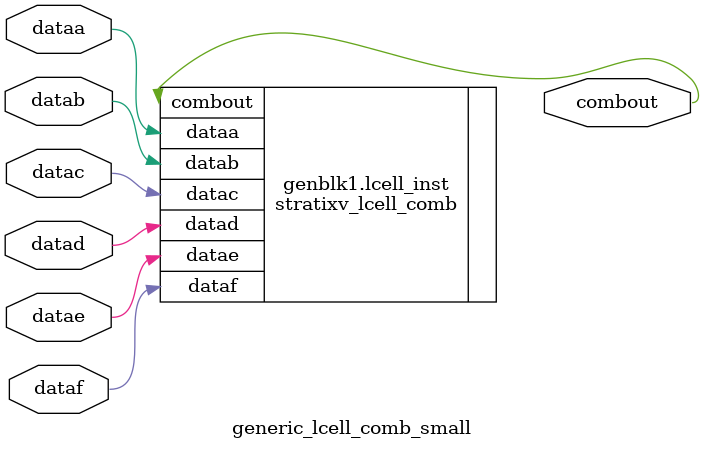
<source format=v>


module pll_cfg_small
#(
    parameter 	reconf_width       	= 64,
    parameter 	device_family       	= "Cyclone V"
) ( 

    //input
    input   wire    mgmt_clk,
    input   wire    mgmt_reset,

    //conduits
    output  wire [reconf_width-1:0] reconfig_to_pll,
    input  wire [reconf_width-1:0] reconfig_from_pll,

    // user data (avalon-MM slave interface)
    output  wire        mgmt_waitrequest,
    input   wire [5:0]  mgmt_address,
    input   wire        mgmt_write,
    input   wire [31:0] mgmt_writedata
);
    localparam mode_WR            = 1'b0;
    localparam mode_POLL          = 1'b1;
    localparam MODE_REG           = 6'b000000;
    //localparam STATUS_REG         = 6'b000001;
    localparam START_REG          = 6'b000010;
    //localparam N_REG              = 6'b000011;
    //localparam M_REG              = 6'b000100;
    //localparam C_COUNTERS_REG     = 6'b000101;
    //localparam DPS_REG            = 6'b000110;
    localparam DSM_REG            = 6'b000111;
    //localparam BWCTRL_REG         = 6'b001000;
    //localparam CP_CURRENT_REG     = 6'b001001;
    //localparam ANY_DPRIO          = 6'b100000;
    //localparam CNT_BASE           = 5'b001010;
    //localparam VCO_REG              = 6'b011100;
    
    //C Counters
    localparam number_of_counters = 5'd18;
    localparam  CNT_0 = 1'd0, CNT_1 = 5'd1, CNT_2 = 5'd2,
                CNT_3 = 5'd3, CNT_4 = 5'd4, CNT_5 = 5'd5,
                CNT_6 = 5'd6, CNT_7 = 5'd7, CNT_8 = 5'd8,
                CNT_9 = 5'd9, CNT_10 = 5'd10, CNT_11 = 5'd11,
                CNT_12 = 5'd12, CNT_13 = 5'd13, CNT_14 = 5'd14,
                CNT_15 = 5'd15, CNT_16 = 5'd16, CNT_17 = 5'd17;
    //C counter addresses
    localparam C_CNT_0_DIV_ADDR = 5'h00;
    localparam C_CNT_0_DIV_ADDR_DPRIO_1 = 5'h11;
    localparam C_CNT_0_3_BYPASS_EN_ADDR = 5'h15;
    localparam C_CNT_0_3_ODD_DIV_EN_ADDR = 5'h17;
    localparam C_CNT_4_17_BYPASS_EN_ADDR = 5'h14;
    localparam C_CNT_4_17_ODD_DIV_EN_ADDR = 5'h16;
    //N counter addresses
    localparam N_CNT_DIV_ADDR = 5'h13;
    localparam N_CNT_BYPASS_EN_ADDR = 5'h15;
    localparam N_CNT_ODD_DIV_EN_ADDR = 5'h17;
    //M counter addresses
    localparam M_CNT_DIV_ADDR = 5'h12;
    localparam M_CNT_BYPASS_EN_ADDR = 5'h15;
    localparam M_CNT_ODD_DIV_EN_ADDR = 5'h17;
    
    //DSM address
    localparam DSM_K_FRACTIONAL_DIVISION_ADDR_0 = 5'h18;
    localparam DSM_K_FRACTIONAL_DIVISION_ADDR_1 = 5'h19;
    localparam DSM_K_READY_ADDR = 5'h17;
    localparam DSM_K_DITHER_ADDR = 5'h17;
    localparam DSM_OUT_SEL_ADDR = 6'h30;
    
    //Other DSM params
    localparam DSM_K_READY_BIT_INDEX = 4'd11;
    //BWCTRL address
    //Bit 0-3 of addr
    localparam BWCTRL_ADDR = 6'h30;
    //CP_CURRENT address
    //Bit 0-2 of addr
    localparam CP_CURRENT_ADDR = 6'h31;
    
    // VCODIV address
    localparam VCO_ADDR = 5'h17;

    localparam DPRIO_IDLE = 3'd0, ONE = 3'd1, TWO = 3'd2, THREE = 3'd3, FOUR = 3'd4,
               FIVE = 3'd5, SIX = 3'd6, SEVEN = 3'd7, EIGHT = 4'd8, NINE = 4'd9, TEN = 4'd10,
               ELEVEN = 4'd11, TWELVE = 4'd12, THIRTEEN = 4'd13, FOURTEEN = 4'd14, DPRIO_DONE = 4'd15;
    localparam IDLE = 2'b00, WAIT_ON_LOCK = 2'b01, LOCKED = 2'b10;
    
    wire            clk;
    wire            reset;
    wire            gnd;

    wire [5: 0]     slave_address;
    wire            slave_write;
    wire [31: 0]    slave_writedata;

    wire            slave_waitrequest;
    reg             slave_mode;

    assign          clk             = mgmt_clk;
    
    assign          slave_address       = mgmt_address;
    assign          slave_write         = mgmt_write;
    assign          slave_writedata     = mgmt_writedata;
    
    // Outputs
    assign          mgmt_waitrequest    = slave_waitrequest; //Read waitrequest asserted in polling mode

    //internal signals
    wire            locked_orig;
    wire            locked;
   
    wire            pll_start;
    wire            pll_start_valid;
    wire            read_slave_mode_asserted;

    wire            pll_start_asserted;

    reg  [1:0]      current_state;
    reg  [1:0]      next_state;

    reg             status;//0=busy, 1=ready
    //user_mode_init user_mode_init_inst (clk, reset, dprio_mdio_dis, ser_shift_load);
    //declaring the init wires. These will have 0 on them for 64 clk cycles
    wire       [ 5:0]  init_dprio_address;
    wire               init_dprio_read;
    wire       [ 1:0]  init_dprio_byteen;
    wire               init_dprio_write;
    wire       [15:0]  init_dprio_writedata;

    wire               init_atpgmode;
    wire               init_mdio_dis;
    wire               init_scanen;
    wire               init_ser_shift_load;
    wire               dprio_init_done;

    //DPRIO output signals after initialization is done
    wire            dprio_clk;
    reg             avmm_dprio_write;
    reg             avmm_dprio_read;
    reg  [5:0]      avmm_dprio_address;
    reg  [15:0]     avmm_dprio_writedata;
    reg  [1:0]      avmm_dprio_byteen;
    wire            avmm_atpgmode;
    wire            avmm_mdio_dis;
    wire            avmm_scanen;

    //Final output wires that are muxed between the init and avmm wires.
    wire            dprio_init_reset;
    wire [5:0]      dprio_address /*synthesis keep*/;
    wire            dprio_read/*synthesis keep*/;
    wire [1:0]      dprio_byteen/*synthesis keep*/;
    wire            dprio_write/*synthesis keep*/;
    wire [15:0]     dprio_writedata/*synthesis keep*/;
    wire            dprio_mdio_dis/*synthesis keep*/;
    wire            dprio_ser_shift_load/*synthesis keep*/;
    wire            dprio_atpgmode/*synthesis keep*/;
    wire            dprio_scanen/*synthesis keep*/;


    //other PLL signals for dyn ph shift
    wire            phase_done/*synthesis keep*/;
    wire            phase_en/*synthesis keep*/;
    wire            up_dn/*synthesis keep*/;
    wire  [4:0]     cnt_sel;
    
    //DPRIO input signals
    wire  [15:0]     dprio_readdata;

    //internal logic signals
    //storage registers for user sent data
    reg             dprio_temp_read_1;
    reg             dprio_temp_read_2;
    reg             dprio_start;
    wire            usr_valid_changes;
    reg  [3:0]      dprio_cur_state;
    reg  [3:0]      dprio_next_state;
    reg  [15:0]     dprio_temp_m_n_c_readdata_1_d;
    reg  [15:0]     dprio_temp_m_n_c_readdata_2_d;
    reg  [15:0]     dprio_temp_m_n_c_readdata_1_q;
    reg  [15:0]     dprio_temp_m_n_c_readdata_2_q;
	reg 			dprio_write_done;
    //C counters signals
    reg             any_c_cnt_changed;
    reg  [17:0]     c_cnt_done_d;
    reg  [17:0]     c_cnt_done_q;
    //N counter signals
    reg  [7:0]      usr_n_cnt_lo; 
    reg  [7:0]      usr_n_cnt_hi;
    reg             usr_n_cnt_bypass_en;
    reg             usr_n_cnt_odd_duty_div_en;
    reg             n_cnt_changed;
    reg             n_cnt_done_d;
    reg             n_cnt_done_q;
    //M counter signals
    reg  [7:0]      usr_m_cnt_lo; 
    reg  [7:0]      usr_m_cnt_hi;
    reg             usr_m_cnt_bypass_en;
    reg             usr_m_cnt_odd_duty_div_en;
    reg             m_cnt_changed;
    reg             m_cnt_done_d;
    reg             m_cnt_done_q;
    //dyn phase regs
    reg  [15:0]     usr_num_shifts;
    reg  [4:0]      usr_cnt_sel /*synthesis preserve*/;
    reg             usr_up_dn;
    reg             dps_changed;
    wire            dps_changed_valid;
    wire            dps_done;

    //DSM Signals
    reg  [31:0]     usr_k_value;
    reg             dsm_k_changed;
    reg             dsm_k_done_d;
    reg             dsm_k_done_q;
    reg             dsm_k_ready_false_done_d;
    //BW signals 
    reg [3:0]       usr_bwctrl_value;
    reg             bwctrl_changed;
    reg             bwctrl_done_d;
    reg             bwctrl_done_q;
    //CP signals 
    reg [2:0]       usr_cp_current_value;
    reg             cp_current_changed;
    reg             cp_current_done_d;
    reg             cp_current_done_q;
    //VCO signals 
    reg             usr_vco_value;
    reg             vco_changed;
    reg             vco_done_d;
    reg             vco_done_q;
    //Manual DPRIO signals
    reg             manual_dprio_done_q;
    reg             manual_dprio_done_d;
    reg             manual_dprio_changed;
    reg  [5:0]      usr_dprio_address;
    reg  [15:0]     usr_dprio_writedata_0;
    reg             usr_r_w;
    // Address wires for all C_counter DPRIO registers
    // These are outputs of LUTS, changing depending
    // on whether PLL_0 or PLL_1 being used


    //Fitter will tell if FPLL1 is being used 
    wire            fpll_1;

    // MAIN FSM                             

    // Synchronize locked signal
   altera_std_synchronizer #(
        .depth(3)
    ) altera_std_synchronizer_inst (
        .clk(mgmt_clk),
        .reset_n(~mgmt_reset), 
        .din(locked_orig),
        .dout(locked)
    );
   
    always @(posedge clk)
    begin
        if (reset)
        begin
            dprio_cur_state <= DPRIO_IDLE;
            current_state <= IDLE;
        end
        else
        begin
            current_state <= next_state;
            dprio_cur_state <= dprio_next_state;
        end
    end

    always @(*)
     begin
        case(current_state)
          IDLE:
            begin
               if (pll_start & !slave_waitrequest & usr_valid_changes)
                 next_state = WAIT_ON_LOCK;
               else
                 next_state = IDLE;
            end
          WAIT_ON_LOCK:
            begin
               if (locked & dps_done & dprio_write_done)  // received locked high from PLL
                 begin
                    if (slave_mode==mode_WR) //if the mode is waitrequest, then
                                             // goto IDLE state directly
                      next_state = IDLE;
                    else
                      next_state = LOCKED; //otherwise go the locked state
                 end
               else
                  next_state = WAIT_ON_LOCK;
            end
              
          LOCKED:
            begin
                 next_state = LOCKED;
            end

          default: next_state = 2'bxx;
          
        endcase
     end


    // ask the pll to start reconfig
    assign pll_start = (pll_start_asserted & (current_state==IDLE))  ;
    assign pll_start_valid = (pll_start & (next_state==WAIT_ON_LOCK))  ;



    // WRITE OPERATIONS
    assign pll_start_asserted = slave_write & (slave_address == START_REG);

    //reading the mode register to determine what mode the slave will operate
    //in.
    always @(posedge clk)
    begin
        if (reset)
          slave_mode <= mode_WR;
        else if (slave_write & (slave_address == MODE_REG) & !slave_waitrequest)
          slave_mode <= slave_writedata[0];
    end

    //record which values user wants to change.

    //reading in the actual values that need to be reconfigged and sending
    //them to the PLL
    always @(posedge clk)
    begin
        if (reset)
        begin
            //reset all regs here
            //BW signals reset
            usr_bwctrl_value <= 0;
            bwctrl_changed <= 0;
            bwctrl_done_q <= 0;
            //CP signals reset
            usr_cp_current_value <= 0;
            cp_current_changed <= 0;
            cp_current_done_q <= 0;
            //VCO signals reset
            usr_vco_value <= 0;
            vco_changed <= 0;
            vco_done_q <= 0;
            //DSM signals reset
            usr_k_value <= 0;
            dsm_k_changed <= 0;
            dsm_k_done_q <= 0;
            //N counter signals reset
            usr_n_cnt_lo <= 0;
            usr_n_cnt_hi <= 0;
            usr_n_cnt_bypass_en <= 0;
            usr_n_cnt_odd_duty_div_en <= 0;
            n_cnt_changed <= 0;
            n_cnt_done_q <= 0;
            //M counter signals reset
            usr_m_cnt_lo <= 0;
            usr_m_cnt_hi <= 0;
            usr_m_cnt_bypass_en <= 0;
            usr_m_cnt_odd_duty_div_en <= 0;
            m_cnt_changed <= 0;
            m_cnt_done_q <= 0;
            //C counter signals reset
            any_c_cnt_changed <= 0;
            c_cnt_done_q <= 0;
            //generic signals
            dprio_start <= 0;
            dprio_temp_m_n_c_readdata_1_q <= 0;
            dprio_temp_m_n_c_readdata_2_q <= 0;
            c_cnt_done_q <= 0;
            //DPS signals
            usr_up_dn <= 0;
            usr_cnt_sel <= 0;
            usr_num_shifts <= 0;
            dps_changed <= 0;
            //manual DPRIO signals
            manual_dprio_changed <= 0;
            usr_dprio_address <= 0;
            usr_dprio_writedata_0 <= 0;
            usr_r_w <= 0;
        end
        else
        begin
            if (dprio_temp_read_1)
            begin
                dprio_temp_m_n_c_readdata_1_q <= dprio_temp_m_n_c_readdata_1_d; 
            end
            if (dprio_temp_read_2)
            begin
                dprio_temp_m_n_c_readdata_2_q <= dprio_temp_m_n_c_readdata_2_d; 
            end
            if ((dps_done)) dps_changed <= 0;
            if (dsm_k_done_d) dsm_k_done_q <= dsm_k_done_d;
            if (n_cnt_done_d) n_cnt_done_q <= n_cnt_done_d;
            if (m_cnt_done_d) m_cnt_done_q <= m_cnt_done_d;
            if (c_cnt_done_d != 0) c_cnt_done_q <= c_cnt_done_q | c_cnt_done_d;
            if (bwctrl_done_d) bwctrl_done_q <= bwctrl_done_d;
            if (cp_current_done_d) cp_current_done_q <= cp_current_done_d;
            if (vco_done_d) vco_done_q <= vco_done_d;
            if (manual_dprio_done_d) manual_dprio_done_q <= manual_dprio_done_d;

            if (dprio_next_state == ONE)
                dprio_start <= 0;
            if (dprio_write_done)
            begin
                bwctrl_done_q <= 0;
                cp_current_done_q <= 0;
                vco_done_q <= 0;
                dsm_k_done_q <= 0;
                dsm_k_done_q <= 0;
                n_cnt_done_q <= 0;
                m_cnt_done_q <= 0;
                c_cnt_done_q <= 0;
                dsm_k_changed <= 0;
                n_cnt_changed <= 0;
                m_cnt_changed <= 0;
                any_c_cnt_changed <= 0;
                bwctrl_changed <= 0;
                cp_current_changed <= 0;
                vco_changed <= 0;
                manual_dprio_changed <= 0;
                manual_dprio_done_q <= 0;
                if (dps_changed | dps_changed_valid | !dps_done )
                begin
                    usr_cnt_sel <= usr_cnt_sel;
                end
                else 
                begin
                    usr_cnt_sel <= 0;
                end
            end
            else 
            begin
                dsm_k_changed <= dsm_k_changed;
                n_cnt_changed <= n_cnt_changed;
                m_cnt_changed <= m_cnt_changed;
                any_c_cnt_changed <= any_c_cnt_changed;
                manual_dprio_changed <= manual_dprio_changed;
                usr_cnt_sel <= usr_cnt_sel;
            end


            if(slave_write & !slave_waitrequest)
            begin
                case(slave_address)
                   //read in the values here from the user and act on them
                DSM_REG:
                begin
                    usr_k_value <= slave_writedata[31:0]; 
                    dsm_k_changed <= 1'b1;
                    dsm_k_done_q <= 0;
                    dprio_start <= 1'b1;
                end      
                endcase
             end
        end 
    end

    //logic to handle which writes the user indicated and wants to start.
    assign usr_valid_changes =dsm_k_changed| any_c_cnt_changed |n_cnt_changed | m_cnt_changed | dps_changed_valid |manual_dprio_changed |cp_current_changed|bwctrl_changed|vco_changed;

     
    //start the reconfig operations by writing to the DPRIO
    always @(*)
    begin 
        dprio_temp_read_1 = 0;
        dprio_temp_read_2 = 0;
        dprio_temp_m_n_c_readdata_1_d = 0;
        dprio_temp_m_n_c_readdata_2_d = 0;
        dprio_next_state = DPRIO_IDLE;
        avmm_dprio_write = 0;
        avmm_dprio_read = 0;
        avmm_dprio_address = 0;
        avmm_dprio_writedata = 0;
        avmm_dprio_byteen = 0;
        dprio_write_done = 1;
        manual_dprio_done_d = 0;
        n_cnt_done_d = 0;
        dsm_k_done_d = 0;
        dsm_k_ready_false_done_d = 0;
        m_cnt_done_d = 0;
        c_cnt_done_d[17:0] = 0;
        bwctrl_done_d = 0;
        cp_current_done_d = 0;
        vco_done_d = 0;
       
        // Deassert dprio_write_done so it doesn't reset mif_reg_asserted (toggled writes) 
        if (dprio_start)
            dprio_write_done = 0;

        if (current_state == WAIT_ON_LOCK)
        begin
            case (dprio_cur_state)
                ONE:
                begin
                    if (n_cnt_changed & !n_cnt_done_q) 
                    begin
			dprio_write_done = 0;
                    	avmm_dprio_write = 1'b1;
                    	avmm_dprio_byteen = 2'b11;
                    	dprio_next_state = TWO;
                        avmm_dprio_address = N_CNT_DIV_ADDR;
                        avmm_dprio_writedata[7:0] = usr_n_cnt_lo;
                        avmm_dprio_writedata[15:8] = usr_n_cnt_hi;
                    end
                    else if (m_cnt_changed & !m_cnt_done_q) 
                    begin
		    	dprio_write_done = 0;
                    	avmm_dprio_write = 1'b1;
                    	avmm_dprio_byteen = 2'b11;
                    	dprio_next_state = TWO;
                        avmm_dprio_address = M_CNT_DIV_ADDR;
                        avmm_dprio_writedata[7:0] = usr_m_cnt_lo;
                        avmm_dprio_writedata[15:8] = usr_m_cnt_hi;
                    end
                    else if (dsm_k_changed & !dsm_k_done_q) 
                    begin
		    	dprio_write_done = 0;
                        avmm_dprio_write = 0;
                        dprio_next_state = TWO;
                    end
                    else if (bwctrl_changed & !bwctrl_done_q) 
                    begin
		    	dprio_write_done = 0;
                        avmm_dprio_write = 0;
                        dprio_next_state = TWO;
                    end
                    else if (cp_current_changed & !cp_current_done_q) 
                    begin
		    	dprio_write_done = 0;		    
                        avmm_dprio_write = 0;
                        dprio_next_state = TWO;
                    end
                    else if (vco_changed & !vco_done_q) 
                    begin
		    	dprio_write_done = 0;		    
                        avmm_dprio_write = 0;
                        dprio_next_state = TWO;
                    end
                    else if (manual_dprio_changed & !manual_dprio_done_q)
                    begin
		    	dprio_write_done = 0;
                    	avmm_dprio_byteen = 2'b11;
                    	dprio_next_state = TWO;		    
                        avmm_dprio_write = usr_r_w;
                        avmm_dprio_address = usr_dprio_address;
                        avmm_dprio_writedata[15:0] = usr_dprio_writedata_0;
                    end
                    else dprio_next_state = DPRIO_IDLE;
                end
            
                TWO:
                begin
                    //handle reading the two setting bits on n_cnt, then
                    //writing them back while preserving other bits.
                    //Issue two consecutive reads then wait; readLatency=3
                    dprio_write_done = 0;
                    dprio_next_state = THREE;
                    avmm_dprio_byteen = 2'b11;
                    avmm_dprio_read = 1'b1;
                    if (n_cnt_changed & !n_cnt_done_q)
                    begin
                        avmm_dprio_address = N_CNT_BYPASS_EN_ADDR;
                    end
                    else if (m_cnt_changed & !m_cnt_done_q)
                    begin
                        avmm_dprio_address = M_CNT_BYPASS_EN_ADDR;
                    end
                    //reading the K ready 16 bit word. Need to write 0 to it
                    //afterwards to indicate that K has not been done writing
                    else if (dsm_k_changed & !dsm_k_done_q) 
                    begin
                        avmm_dprio_address = DSM_K_READY_ADDR;
                        dprio_next_state = FOUR;
                    end
                    else if (bwctrl_changed & !bwctrl_done_q) 
                    begin
                        avmm_dprio_address = BWCTRL_ADDR;
                        dprio_next_state = FOUR;
                    end
                    else if (cp_current_changed & !cp_current_done_q) 
                    begin
                        avmm_dprio_address = CP_CURRENT_ADDR;
                        dprio_next_state = FOUR;
                    end
                    else if (vco_changed & !vco_done_q) 
                    begin
                        avmm_dprio_address = VCO_ADDR;
                        dprio_next_state = FOUR;
                    end
                    else if (manual_dprio_changed & !manual_dprio_done_q)
                    begin
                        avmm_dprio_read = ~usr_r_w;
                        avmm_dprio_address = usr_dprio_address;
                        dprio_next_state = DPRIO_DONE;
                    end
                    else dprio_next_state = DPRIO_IDLE;
                end       
                THREE:
                begin
                    dprio_write_done = 0;
                    avmm_dprio_byteen = 2'b11;
                    avmm_dprio_read = 1'b1;
                    dprio_next_state = FOUR;
                    if (n_cnt_changed & !n_cnt_done_q)
                    begin
                        avmm_dprio_address = N_CNT_ODD_DIV_EN_ADDR;
                    end
                    else if (m_cnt_changed & !m_cnt_done_q)
                    begin
                        avmm_dprio_address = M_CNT_ODD_DIV_EN_ADDR;
                    end
                    else dprio_next_state = DPRIO_IDLE;
                end
                FOUR:
                begin
                    dprio_temp_read_1 = 1'b1;
                    dprio_write_done = 0;
                    if (vco_changed|cp_current_changed|bwctrl_changed|dsm_k_changed|n_cnt_changed|m_cnt_changed|any_c_cnt_changed)
                    begin
                        dprio_temp_m_n_c_readdata_1_d = dprio_readdata;
                        dprio_next_state = FIVE;
                    end
                    else dprio_next_state = DPRIO_IDLE;
                end
                FIVE:
                begin
                    dprio_write_done = 0;
                    dprio_temp_read_2 = 1'b1;
                    if (vco_changed|cp_current_changed|bwctrl_changed|dsm_k_changed|n_cnt_changed|m_cnt_changed|any_c_cnt_changed)
                    begin
                        //this is where DSM ready value comes.
                        //Need to store in a register to be used later
                        dprio_temp_m_n_c_readdata_2_d = dprio_readdata;
                        dprio_next_state = SIX;
                    end
                    else dprio_next_state = DPRIO_IDLE;
                end
                SIX:
                begin
                    dprio_write_done = 0;
                    avmm_dprio_write = 1'b1;
                    avmm_dprio_byteen = 2'b11;
                    dprio_next_state = SEVEN;
                    avmm_dprio_writedata = dprio_temp_m_n_c_readdata_1_q;
                    if (n_cnt_changed & !n_cnt_done_q)
                    begin
                        avmm_dprio_address = N_CNT_BYPASS_EN_ADDR;
                        avmm_dprio_writedata[5] = usr_n_cnt_bypass_en;
                    end
                    else if (m_cnt_changed & !m_cnt_done_q)
                    begin
                        avmm_dprio_address = M_CNT_BYPASS_EN_ADDR;
                        avmm_dprio_writedata[4] = usr_m_cnt_bypass_en;
                    end
                    else if (dsm_k_changed & !dsm_k_done_q)
                    begin
                        avmm_dprio_write = 0;
                    end
                    else if (bwctrl_changed & !bwctrl_done_q) 
                    begin
                        avmm_dprio_write = 0;
                    end
                    else if (cp_current_changed & !cp_current_done_q) 
                    begin
                        avmm_dprio_write = 0;
                    end
                    else if (vco_changed & !vco_done_q) 
                    begin
                        avmm_dprio_write = 0;
                    end
                    else dprio_next_state = DPRIO_IDLE;
                end
                SEVEN:
                begin
                    dprio_write_done = 0;
                    dprio_next_state = EIGHT;
                    avmm_dprio_write = 1'b1;
                    avmm_dprio_byteen = 2'b11;
                    avmm_dprio_writedata = dprio_temp_m_n_c_readdata_2_q;
                    if (n_cnt_changed & !n_cnt_done_q)
                    begin
                        avmm_dprio_address = N_CNT_ODD_DIV_EN_ADDR;
                        avmm_dprio_writedata[5] = usr_n_cnt_odd_duty_div_en;
                        n_cnt_done_d = 1'b1;
                    end
                    else if (m_cnt_changed & !m_cnt_done_q)
                    begin
                        avmm_dprio_address = M_CNT_ODD_DIV_EN_ADDR;
                        avmm_dprio_writedata[4] = usr_m_cnt_odd_duty_div_en;
                        m_cnt_done_d = 1'b1;
                    end
                    else if (dsm_k_changed & !dsm_k_done_q)
                    begin
                        avmm_dprio_address = DSM_K_READY_ADDR;
                        avmm_dprio_writedata[DSM_K_READY_BIT_INDEX] = 1'b0;
                        dsm_k_ready_false_done_d = 1'b1;
                    end
                    else if (bwctrl_changed & !bwctrl_done_q) 
                    begin
                        avmm_dprio_address = BWCTRL_ADDR;
                        avmm_dprio_writedata[3:0] = usr_bwctrl_value;
                        bwctrl_done_d = 1'b1;
                    end
                    else if (cp_current_changed & !cp_current_done_q) 
                    begin
                        avmm_dprio_address = CP_CURRENT_ADDR;
                        avmm_dprio_writedata[2:0] = usr_cp_current_value;
                        cp_current_done_d = 1'b1;
                    end
                    else if (vco_changed & !vco_done_q) 
                    begin
                        avmm_dprio_address = VCO_ADDR;
                        avmm_dprio_writedata[8] = usr_vco_value;
                        vco_done_d = 1'b1;
                    end

                   
                    //if all C_cnt that were changed are done, then assert all_c_cnt_done
                    if (m_cnt_changed & !m_cnt_done_d & !m_cnt_done_q)
                        dprio_next_state = ONE;
                    else if (dsm_k_changed & !dsm_k_ready_false_done_d)
                        dprio_next_state = TWO;
                    else if (dsm_k_changed & !dsm_k_done_q)
                        dprio_next_state = EIGHT;
                    else if (bwctrl_changed & !bwctrl_done_d)
                        dprio_next_state = TWO;
                    else if (cp_current_changed & !cp_current_done_d)
                        dprio_next_state = TWO;
                    else if (vco_changed & !vco_done_d)
                        dprio_next_state = TWO;
                    else 
                    begin
                        dprio_next_state = DPRIO_DONE;
                        dprio_write_done = 1'b1;
                    end
                end
                //finish the rest of the DSM reads/writes
                //writing k value, writing k_ready to 1.
                EIGHT: 
                begin
                    dprio_write_done = 0;
                    dprio_next_state = NINE;
                    avmm_dprio_write = 1'b1;
                    avmm_dprio_byteen = 2'b11;
                    if (dsm_k_changed & !dsm_k_done_q)
                    begin
                        avmm_dprio_address = DSM_K_FRACTIONAL_DIVISION_ADDR_0;
                        avmm_dprio_writedata[15:0] = usr_k_value[15:0];
                    end
                end
                NINE: 
                begin
                    dprio_write_done = 0;
                    dprio_next_state = TEN;
                    avmm_dprio_write = 1'b1;
                    avmm_dprio_byteen = 2'b11;
                    if (dsm_k_changed & !dsm_k_done_q)
                    begin
                        avmm_dprio_address = DSM_K_FRACTIONAL_DIVISION_ADDR_1;
                        avmm_dprio_writedata[15:0] = usr_k_value[31:16];
                    end
                end
                TEN:
                begin
                    dprio_write_done = 0;
                    dprio_next_state = ONE;
                    avmm_dprio_write = 1'b1;
                    avmm_dprio_byteen = 2'b11;
                    if (dsm_k_changed & !dsm_k_done_q)
                    begin
                        avmm_dprio_address = DSM_K_READY_ADDR;
                        //already have the readdata for DSM_K_READY_ADDR since we read it
                        //earlier. Just reuse here 
                        avmm_dprio_writedata = dprio_temp_m_n_c_readdata_2_q;
                        avmm_dprio_writedata[DSM_K_READY_BIT_INDEX] = 1'b1;
                        dsm_k_done_d = 1'b1;
                    end
                end
                DPRIO_DONE:
                begin
                    dprio_write_done = 1'b1;
                    if (dprio_start) dprio_next_state = DPRIO_IDLE;
                    else dprio_next_state = DPRIO_DONE;
                end
                DPRIO_IDLE:
                begin
                    if (dprio_start) dprio_next_state = ONE;
                    else dprio_next_state = DPRIO_IDLE;
                end 
                default:    dprio_next_state = 4'bxxxx;
            endcase
        end

    end


    //assert the waitreq signal according to the state of the slave
    assign slave_waitrequest = (slave_mode==mode_WR) ? ((locked === 1'b1) ? (((current_state==WAIT_ON_LOCK) & !dprio_write_done) | !dps_done |reset|!dprio_init_done) : 1'b1) : 1'b0;

    dyn_phase_shift_small dyn_phase_shift_inst (
        .clk(clk), 
        .reset(reset),
        .phase_done(phase_done),
        .pll_start_valid(pll_start_valid),
        .dps_changed(dps_changed),
        .dps_changed_valid(dps_changed_valid),
        .dprio_write_done(dprio_write_done),
        .usr_num_shifts(usr_num_shifts),
        .usr_cnt_sel(usr_cnt_sel),
        .usr_up_dn(usr_up_dn),
        .locked(locked),
        .dps_done(dps_done),
        .phase_en(phase_en),
        .up_dn(up_dn),
        .cnt_sel(cnt_sel));
    defparam dyn_phase_shift_inst.device_family = device_family;

    assign dprio_clk = clk;
    self_reset_small self_reset_inst (mgmt_reset, clk, reset, dprio_init_reset);
    
    dprio_mux_small dprio_mux_inst (
    .init_dprio_address(init_dprio_address),
    .init_dprio_read(init_dprio_read),
    .init_dprio_byteen(init_dprio_byteen),
    .init_dprio_write(init_dprio_write),
    .init_dprio_writedata(init_dprio_writedata),


    .init_atpgmode(init_atpgmode),
    .init_mdio_dis(init_mdio_dis),
    .init_scanen(init_scanen),
    .init_ser_shift_load(init_ser_shift_load),
    .dprio_init_done(dprio_init_done),

    // Inputs from avmm master
    .avmm_dprio_address(avmm_dprio_address),
    .avmm_dprio_read(avmm_dprio_read),
    .avmm_dprio_byteen(avmm_dprio_byteen),
    .avmm_dprio_write(avmm_dprio_write),
    .avmm_dprio_writedata(avmm_dprio_writedata),

    .avmm_atpgmode(avmm_atpgmode),
    .avmm_mdio_dis(avmm_mdio_dis),
    .avmm_scanen(avmm_scanen),

    // Outputs to fpll
    .dprio_address(dprio_address),
    .dprio_read(dprio_read),
    .dprio_byteen(dprio_byteen),
    .dprio_write(dprio_write),
    .dprio_writedata(dprio_writedata),

    .atpgmode(dprio_atpgmode),
    .mdio_dis(dprio_mdio_dis),
    .scanen(dprio_scanen),
    .ser_shift_load(dprio_ser_shift_load)
    );


    fpll_dprio_init_small fpll_dprio_init_inst (
    .clk(clk),
    .reset_n(~reset),
    .locked(locked),

    //outputs
    .dprio_address(init_dprio_address),
    .dprio_read(init_dprio_read),
    .dprio_byteen(init_dprio_byteen),
    .dprio_write(init_dprio_write),
    .dprio_writedata(init_dprio_writedata),

    .atpgmode(init_atpgmode),
    .mdio_dis(init_mdio_dis),
    .scanen(init_scanen),
    .ser_shift_load(init_ser_shift_load),
    .dprio_init_done(dprio_init_done));

    //address luts, to be reconfigged by the Fitter
    //FPLL_1 or 0 address lut
    generic_lcell_comb_small lcell_fpll_0_1 (
		.dataa(1'b0),
        .combout (fpll_1));
    defparam lcell_fpll_0_1.lut_mask = 64'hAAAAAAAAAAAAAAAA;
	 defparam lcell_fpll_0_1.dont_touch = "on";
	 defparam lcell_fpll_0_1.family = device_family;


    wire dprio_read_combout;
     generic_lcell_comb_small lcell_dprio_read (
		.dataa(fpll_1),
        .datab(dprio_read),
        .datac(1'b0),
        .datad(1'b0),
        .datae(1'b0),
        .dataf(1'b0),
      .combout (dprio_read_combout));
    defparam lcell_dprio_read.lut_mask = 64'hCCCCCCCCCCCCCCCC;
	 defparam lcell_dprio_read.dont_touch = "on";
	 defparam lcell_dprio_read.family = device_family;

   
    


    //assign reconfig_to_pll signals
    assign reconfig_to_pll[0] = dprio_clk;
    assign reconfig_to_pll[1] = ~dprio_init_reset;
    assign reconfig_to_pll[2] = dprio_write;
    assign reconfig_to_pll[3] = dprio_read_combout;
    assign reconfig_to_pll[9:4] = dprio_address;
    assign reconfig_to_pll[25:10] = dprio_writedata;
    assign reconfig_to_pll[27:26] = dprio_byteen;
    assign reconfig_to_pll[28] = dprio_ser_shift_load;
    assign reconfig_to_pll[29] = dprio_mdio_dis;
    assign reconfig_to_pll[30] = phase_en;
    assign reconfig_to_pll[31] = up_dn;
    assign reconfig_to_pll[36:32] = cnt_sel;
    assign reconfig_to_pll[37] = dprio_scanen;
    assign reconfig_to_pll[38] = dprio_atpgmode;
    //assign reconfig_to_pll[40:37] = clken;
    assign reconfig_to_pll[63:39] = 0;

    //assign reconfig_from_pll signals
    assign dprio_readdata = reconfig_from_pll [15:0]; 
    assign locked_orig    = reconfig_from_pll [16];
    assign phase_done     = reconfig_from_pll [17];

endmodule
module self_reset_small (input wire mgmt_reset, input wire clk, output wire reset, output wire init_reset);

    localparam RESET_COUNTER_VALUE = 3'd2;
    localparam INITIAL_WAIT_VALUE = 9'd340;
    reg [9:0]counter;
    reg local_reset;
    reg usr_mode_init_wait;
    initial 
    begin
        local_reset = 1'b1;
        counter = 0;
        usr_mode_init_wait = 0;
    end

    always @(posedge clk)
    begin
        if (mgmt_reset)
        begin
            counter <= 0;
        end
        else
        begin
            if (!usr_mode_init_wait)
            begin
                if (counter == INITIAL_WAIT_VALUE)
                begin
                    local_reset <= 0;
                    usr_mode_init_wait <= 1'b1;
                    counter <= 0;
                end
                else 
                begin
                counter <= counter + 1'b1;
                end
            end
            else
            begin
                if (counter == RESET_COUNTER_VALUE)
                    local_reset <= 0;
                else 
                    counter <= counter + 1'b1;
            end
        end
    end
    assign reset = mgmt_reset | local_reset;
    assign init_reset = local_reset;
endmodule

module dprio_mux_small (
    // Inputs from init block
    input       [ 5:0]  init_dprio_address,
    input               init_dprio_read,
    input       [ 1:0]  init_dprio_byteen,
    input               init_dprio_write,
    input       [15:0]  init_dprio_writedata,

    input               init_atpgmode,
    input               init_mdio_dis,
    input               init_scanen,
    input               init_ser_shift_load,
    input               dprio_init_done,

    // Inputs from avmm master
    input       [ 5:0]  avmm_dprio_address,
    input               avmm_dprio_read,
    input       [ 1:0]  avmm_dprio_byteen,
    input               avmm_dprio_write,
    input       [15:0]  avmm_dprio_writedata,

    input               avmm_atpgmode,
    input               avmm_mdio_dis,
    input               avmm_scanen,
    input               avmm_ser_shift_load,

    // Outputs to fpll
    output      [ 5:0]  dprio_address,
    output              dprio_read,
    output      [ 1:0]  dprio_byteen,
    output              dprio_write,
    output      [15:0]  dprio_writedata,

    output              atpgmode,
    output              mdio_dis,
    output              scanen,
    output              ser_shift_load
);

    assign  dprio_address   = dprio_init_done ? avmm_dprio_address    : init_dprio_address;
    assign  dprio_read      = dprio_init_done ? avmm_dprio_read       : init_dprio_read;
    assign  dprio_byteen    = dprio_init_done ? avmm_dprio_byteen     : init_dprio_byteen;
    assign  dprio_write     = dprio_init_done ? avmm_dprio_write      : init_dprio_write;
    assign  dprio_writedata = dprio_init_done ? avmm_dprio_writedata  : init_dprio_writedata;

    assign  atpgmode        = init_atpgmode;
    assign  scanen          = init_scanen;
    assign  mdio_dis        = init_mdio_dis;
    assign  ser_shift_load  = init_ser_shift_load ;
endmodule
module fpll_dprio_init_small (
    input               clk,
    input               reset_n,
    input               locked,

    output      [ 5:0]  dprio_address,
    output              dprio_read,
    output      [ 1:0]  dprio_byteen,
    output              dprio_write,
    output      [15:0]  dprio_writedata,

    output  reg         atpgmode,
    output  reg         mdio_dis,
    output  reg         scanen,
    output  reg         ser_shift_load,
    output  reg         dprio_init_done
);

    reg [1:0] rst_n = 2'b00;
    reg [6:0] count = 7'd0;
    reg init_done_forever;

    // Internal versions of control signals
    wire  int_mdio_dis;
    wire  int_ser_shift_load;
    wire  int_dprio_init_done;
    wire  int_atpgmode/*synthesis keep*/;
    wire  int_scanen/*synthesis keep*/;


    assign  dprio_address   = count[6] ? 5'b0 : count[5:0] ;
    assign  dprio_byteen    = 2'b11;      // always enabled
    assign  dprio_write     = ~count[6] & reset_n ;  // write for first 64 cycles
    assign  dprio_read      = 1'b0;
    assign  dprio_writedata = 16'd0;

    assign  int_ser_shift_load  = count[6] ? |count[2:1]  : 1'b1; 
    assign  int_mdio_dis        = count[6] ? ~count[2]    : 1'b1;
    assign  int_dprio_init_done = ~init_done_forever ? (count[6] ? &count[2:0]  : 1'b0)
                                                    : 1'b1;
    assign  int_atpgmode        = 0;
    assign  int_scanen          = 0;

    initial begin
        count             = 7'd0;
        init_done_forever = 0;
        mdio_dis          = 1'b1;
        ser_shift_load    = 1'b1;
        dprio_init_done   = 1'b0;
        scanen            = 1'b0;
        atpgmode          = 1'b0;
    end

    // reset synch.
    always @(posedge clk or negedge reset_n)
        if(!reset_n)  rst_n <= 2'b00;
        else          rst_n <= {rst_n[0],1'b1};

    // counter
    always @(posedge clk)
    begin
        if (!rst_n[1])
            init_done_forever <= 1'b0;
        else
        begin
        if (count[6] && &count[1:0])
            init_done_forever <= 1'b1;
        end
    end
    always @(posedge clk or negedge rst_n[1])
    begin
        if(!rst_n[1])
        begin
            count <= 7'd0;
        end
        else if(~int_dprio_init_done) 
        begin
            count <= count + 7'd1;
        end
        else
        begin
            count <= count;
        end
    end

    // outputs
    always @(posedge clk) begin
        mdio_dis        <= int_mdio_dis;
        ser_shift_load  <= int_ser_shift_load;
        dprio_init_done <= int_dprio_init_done;
        atpgmode        <= int_atpgmode;
        scanen          <= int_scanen;
    end

endmodule
module dyn_phase_shift_small
#(
    parameter device_family       = "Stratix V"
) ( 

    input   wire        clk,
    input   wire        reset,
    input   wire        phase_done,
    input   wire        pll_start_valid,
    input   wire        dps_changed,
    input   wire        dprio_write_done,
    input   wire [15:0] usr_num_shifts,
    input   wire [4:0]  usr_cnt_sel,
    input   wire        usr_up_dn,
    input   wire        locked,

    //output
    output  wire        dps_done,
    output  reg         phase_en,
    output  wire        up_dn,
    output  wire        dps_changed_valid,
    output  wire [4:0]  cnt_sel);
    
	

    reg        first_phase_shift_d;
    reg        first_phase_shift_q;
    reg [15:0] phase_en_counter;
    reg [3:0]       dps_current_state;
    reg [3:0]       dps_next_state;
    localparam DPS_START = 4'd0, DPS_WAIT_PHASE_DONE = 4'd1, DPS_DONE = 4'd2, DPS_WAIT_PHASE_EN = 4'd3, DPS_WAIT_DPRIO_WRITING = 4'd4, DPS_CHANGED = 4'd5; 
    localparam PHASE_EN_WAIT_COUNTER = 5'd1;

    reg [15:0] shifts_done_counter;
    reg        phase_done_final;
	 wire 		gnd /*synthesis keep*/;
	 
    //fsm
    //always block controlling the state regs
    always @(posedge clk)
    begin
        if (reset)
        begin
            dps_current_state <= DPS_DONE;
        end
        else
        begin
            dps_current_state <= dps_next_state;
        end
    end
    //the combinational part. assigning the next state
    //this turns on the phase_done_final signal when phase_done does this:
    //_____         ______
    //      |______|
    always @(*)
    begin
        phase_done_final = 0;
        first_phase_shift_d = 0;
        phase_en = 0;
        dps_next_state = DPS_DONE;
        case (dps_current_state)
            DPS_START:
            begin
                phase_en = 1'b1;
                dps_next_state = DPS_WAIT_PHASE_EN;
            end
            DPS_WAIT_PHASE_EN:
            begin
                phase_en = 1'b1;
                if (first_phase_shift_q)
                begin
                    first_phase_shift_d = 1'b1;
                    dps_next_state = DPS_WAIT_PHASE_EN;
                end
                else
                begin
                    if (phase_en_counter == PHASE_EN_WAIT_COUNTER)
                        dps_next_state = DPS_WAIT_PHASE_DONE;
                    else dps_next_state = DPS_WAIT_PHASE_EN;
                end
            end
            DPS_WAIT_PHASE_DONE:
            begin
                if (!phase_done | !locked)
                begin
                    dps_next_state = DPS_WAIT_PHASE_DONE;
                end
                else
                begin
                    if ((usr_num_shifts != shifts_done_counter) & (usr_num_shifts != 0))
                    begin
                        dps_next_state = DPS_START;
                        phase_done_final = 1'b1;
                    end
                    else
                    begin
                        dps_next_state = DPS_DONE;
                    end

                end
            end
            DPS_DONE:
            begin
                phase_done_final = 0;            
                if (dps_changed) 
                    dps_next_state = DPS_CHANGED;
                else dps_next_state = DPS_DONE;

            end
			DPS_CHANGED:
            begin
                if (pll_start_valid)
                    dps_next_state = DPS_WAIT_DPRIO_WRITING;
                else
                    dps_next_state = DPS_CHANGED;
            end
            DPS_WAIT_DPRIO_WRITING:
            begin
                if (dprio_write_done)
                    dps_next_state = DPS_START;
                else
                    dps_next_state = DPS_WAIT_DPRIO_WRITING;
            end

            default: dps_next_state = 4'bxxxx;
        endcase
    
    
    end

    always @(posedge clk)
    begin

        
        if (dps_current_state == DPS_WAIT_PHASE_DONE)
            phase_en_counter <= 0;
        else if (dps_current_state == DPS_WAIT_PHASE_EN)
            phase_en_counter <= phase_en_counter + 1'b1;

        if (reset)
        begin
            phase_en_counter <= 0;
            shifts_done_counter <= 1'b1;
            first_phase_shift_q <= 1;
        end
        else
        begin
            if (first_phase_shift_d)
                first_phase_shift_q <= 0;
            if (dps_done)
            begin
                shifts_done_counter <= 1'b1;
            end
            else
            begin
                if (phase_done_final & (dps_next_state!= DPS_DONE))
                    shifts_done_counter <= shifts_done_counter + 1'b1;
                else
                    shifts_done_counter <= shifts_done_counter;
            end
        end
    end

    assign dps_changed_valid = (dps_current_state == DPS_CHANGED);
    assign dps_done =(dps_current_state == DPS_DONE) | (dps_current_state == DPS_CHANGED);
    assign up_dn = usr_up_dn;
	 assign gnd = 1'b0;
	
    //cnt select luts (5)
    generic_lcell_comb_small lcell_cnt_sel_0 (
        .dataa(usr_cnt_sel[0]),
        .datab(usr_cnt_sel[1]),
        .datac(usr_cnt_sel[2]),
        .datad(usr_cnt_sel[3]),
        .datae(usr_cnt_sel[4]),
        .dataf(gnd),
        .combout (cnt_sel[0]));
    defparam lcell_cnt_sel_0.lut_mask = 64'hAAAAAAAAAAAAAAAA;
    defparam lcell_cnt_sel_0.dont_touch = "on";
    defparam lcell_cnt_sel_0.family = device_family;
    generic_lcell_comb_small lcell_cnt_sel_1 (
        .dataa(usr_cnt_sel[0]),
        .datab(usr_cnt_sel[1]),
        .datac(usr_cnt_sel[2]),
        .datad(usr_cnt_sel[3]),
        .datae(usr_cnt_sel[4]),
        .dataf(gnd),
        .combout (cnt_sel[1]));
    defparam lcell_cnt_sel_1.lut_mask = 64'hCCCCCCCCCCCCCCCC;
    defparam lcell_cnt_sel_1.dont_touch = "on";
    defparam lcell_cnt_sel_1.family = device_family;
    generic_lcell_comb_small lcell_cnt_sel_2 (
        .dataa(usr_cnt_sel[0]),
        .datab(usr_cnt_sel[1]),
        .datac(usr_cnt_sel[2]),
        .datad(usr_cnt_sel[3]),
        .datae(usr_cnt_sel[4]),
        .dataf(gnd),
        .combout (cnt_sel[2]));
    defparam lcell_cnt_sel_2.lut_mask = 64'hF0F0F0F0F0F0F0F0;
    defparam lcell_cnt_sel_2.dont_touch = "on";
    defparam lcell_cnt_sel_2.family = device_family;
    generic_lcell_comb_small lcell_cnt_sel_3 (
        .dataa(usr_cnt_sel[0]),
        .datab(usr_cnt_sel[1]),
        .datac(usr_cnt_sel[2]),
        .datad(usr_cnt_sel[3]),
        .datae(usr_cnt_sel[4]),
        .dataf(gnd),
        .combout (cnt_sel[3]));
    defparam lcell_cnt_sel_3.lut_mask = 64'hFF00FF00FF00FF00;
    defparam lcell_cnt_sel_3.dont_touch = "on";
    defparam lcell_cnt_sel_3.family = device_family;
    generic_lcell_comb_small lcell_cnt_sel_4 (
        .dataa(usr_cnt_sel[0]),
        .datab(usr_cnt_sel[1]),
        .datac(usr_cnt_sel[2]),
        .datad(usr_cnt_sel[3]),
        .datae(usr_cnt_sel[4]),
        .dataf(gnd),
        .combout (cnt_sel[4]));
    defparam lcell_cnt_sel_4.lut_mask = 64'hFFFF0000FFFF0000;
    defparam lcell_cnt_sel_4.dont_touch = "on";
    defparam lcell_cnt_sel_4.family = device_family;
   
    
endmodule

module generic_lcell_comb_small
#(
    //parameter
    parameter family             = "Stratix V",
    parameter lut_mask           = 64'hAAAAAAAAAAAAAAAA,
    parameter dont_touch         = "on"
) ( 

    input    dataa,
    input    datab,
    input    datac,
    input    datad,
    input    datae,
    input    dataf,

    output   combout
);

    generate
        if (family == "Stratix V")
        begin
            stratixv_lcell_comb lcell_inst (
                    .dataa(dataa),
                    .datab(datab),
                    .datac(datac),
                    .datad(datad),
                    .datae(datae),
                    .dataf(dataf),
                    .combout (combout));
            defparam lcell_inst.lut_mask = lut_mask;
            defparam lcell_inst.dont_touch = dont_touch;
        end
        else if (family == "Arria V")
        begin
            arriav_lcell_comb lcell_inst (
                    .dataa(dataa),
                    .datab(datab),
                    .datac(datac),
                    .datad(datad),
                    .datae(datae),
                    .dataf(dataf),
                    .combout (combout));
            defparam lcell_inst.lut_mask = lut_mask;
            defparam lcell_inst.dont_touch = dont_touch;
        end
        else if (family == "Arria V GZ")
        begin
            arriavgz_lcell_comb lcell_inst (
                    .dataa(dataa),
                    .datab(datab),
                    .datac(datac),
                    .datad(datad),
                    .datae(datae),
                    .dataf(dataf),
                    .combout (combout));
            defparam lcell_inst.lut_mask = lut_mask;
            defparam lcell_inst.dont_touch = dont_touch;
        end
        else if (family == "Cyclone V")
        begin
            cyclonev_lcell_comb lcell_inst (
                    .dataa(dataa),
                    .datab(datab),
                    .datac(datac),
                    .datad(datad),
                    .datae(datae),
                    .dataf(dataf),
                    .combout (combout));
            defparam lcell_inst.lut_mask = lut_mask;
            defparam lcell_inst.dont_touch = dont_touch;
        end
        endgenerate
endmodule

</source>
